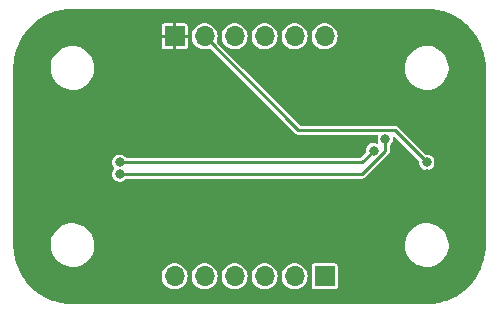
<source format=gbr>
%TF.GenerationSoftware,KiCad,Pcbnew,7.0.6*%
%TF.CreationDate,2023-09-04T11:25:06+01:00*%
%TF.ProjectId,working,776f726b-696e-4672-9e6b-696361645f70,rev?*%
%TF.SameCoordinates,Original*%
%TF.FileFunction,Copper,L2,Bot*%
%TF.FilePolarity,Positive*%
%FSLAX46Y46*%
G04 Gerber Fmt 4.6, Leading zero omitted, Abs format (unit mm)*
G04 Created by KiCad (PCBNEW 7.0.6) date 2023-09-04 11:25:06*
%MOMM*%
%LPD*%
G01*
G04 APERTURE LIST*
%TA.AperFunction,ComponentPad*%
%ADD10R,1.700000X1.700000*%
%TD*%
%TA.AperFunction,ComponentPad*%
%ADD11O,1.700000X1.700000*%
%TD*%
%TA.AperFunction,ViaPad*%
%ADD12C,0.800000*%
%TD*%
%TA.AperFunction,Conductor*%
%ADD13C,0.250000*%
%TD*%
G04 APERTURE END LIST*
D10*
%TO.P,J3,1,Pin_1*%
%TO.N,GND*%
X-6350000Y10160000D03*
D11*
%TO.P,J3,2,Pin_2*%
%TO.N,+3V3*%
X-3810000Y10160000D03*
%TO.P,J3,3,Pin_3*%
%TO.N,/sda_3v3*%
X-1270000Y10160000D03*
%TO.P,J3,4,Pin_4*%
%TO.N,/scl_3v3*%
X1270000Y10160000D03*
%TO.P,J3,5,Pin_5*%
%TO.N,/cs*%
X3810000Y10160000D03*
%TO.P,J3,6,Pin_6*%
%TO.N,/address*%
X6350000Y10160000D03*
%TD*%
D10*
%TO.P,J4,1,Pin_1*%
%TO.N,unconnected-(J4-Pin_1-Pad1)*%
X6350000Y-10160000D03*
D11*
%TO.P,J4,2,Pin_2*%
%TO.N,unconnected-(J4-Pin_2-Pad2)*%
X3810000Y-10160000D03*
%TO.P,J4,3,Pin_3*%
%TO.N,unconnected-(J4-Pin_3-Pad3)*%
X1270000Y-10160000D03*
%TO.P,J4,4,Pin_4*%
%TO.N,unconnected-(J4-Pin_4-Pad4)*%
X-1270000Y-10160000D03*
%TO.P,J4,5,Pin_5*%
%TO.N,unconnected-(J4-Pin_5-Pad5)*%
X-3810000Y-10160000D03*
%TO.P,J4,6,Pin_6*%
%TO.N,unconnected-(J4-Pin_6-Pad6)*%
X-6350000Y-10160000D03*
%TD*%
D12*
%TO.N,GND*%
X15000000Y-1500000D03*
%TO.N,+3V3*%
X15000000Y-500000D03*
%TO.N,/scl_3v3*%
X11500000Y1500000D03*
%TO.N,/sda_3v3*%
X10500000Y500000D03*
%TO.N,/scl_3v3*%
X-11000000Y-1500000D03*
%TO.N,/sda_3v3*%
X-11000000Y-500000D03*
%TD*%
D13*
%TO.N,+3V3*%
X4125000Y2225000D02*
X-3810000Y10160000D01*
X12275000Y2225000D02*
X4125000Y2225000D01*
X15000000Y-500000D02*
X12275000Y2225000D01*
%TO.N,/scl_3v3*%
X9525305Y-1500000D02*
X-11000000Y-1500000D01*
X11500000Y474695D02*
X9525305Y-1500000D01*
X11500000Y1500000D02*
X11500000Y474695D01*
%TO.N,/sda_3v3*%
X9500000Y-500000D02*
X10500000Y500000D01*
X-11000000Y-500000D02*
X9500000Y-500000D01*
%TD*%
%TA.AperFunction,Conductor*%
%TO.N,GND*%
G36*
X15217271Y12490513D02*
G01*
X15416421Y12481817D01*
X15420386Y12481484D01*
X15636680Y12454524D01*
X15837736Y12428053D01*
X15841434Y12427423D01*
X16054173Y12382818D01*
X16252959Y12338748D01*
X16256371Y12337863D01*
X16464503Y12275899D01*
X16659043Y12214559D01*
X16662152Y12213464D01*
X16864433Y12134536D01*
X17053118Y12056380D01*
X17055915Y12055118D01*
X17250992Y11959751D01*
X17432327Y11865354D01*
X17434809Y11863970D01*
X17621382Y11752797D01*
X17793940Y11642864D01*
X17796107Y11641402D01*
X17972918Y11515162D01*
X18135352Y11390521D01*
X18137211Y11389023D01*
X18303059Y11248557D01*
X18454895Y11109425D01*
X18609425Y10954895D01*
X18748557Y10803059D01*
X18889023Y10637211D01*
X18890521Y10635352D01*
X19015162Y10472918D01*
X19141402Y10296107D01*
X19142864Y10293940D01*
X19252797Y10121382D01*
X19363970Y9934809D01*
X19365354Y9932327D01*
X19459751Y9750992D01*
X19555118Y9555915D01*
X19556380Y9553118D01*
X19634536Y9364433D01*
X19713464Y9162152D01*
X19714559Y9159043D01*
X19775899Y8964503D01*
X19837863Y8756371D01*
X19838748Y8752959D01*
X19882818Y8554173D01*
X19927423Y8341434D01*
X19928053Y8337736D01*
X19954524Y8136680D01*
X19981484Y7920386D01*
X19981817Y7916421D01*
X19990513Y7717271D01*
X19999500Y7500000D01*
X19999500Y-7500000D01*
X19990513Y-7717271D01*
X19981817Y-7916421D01*
X19981484Y-7920386D01*
X19954524Y-8136680D01*
X19928053Y-8337736D01*
X19927423Y-8341434D01*
X19882818Y-8554173D01*
X19838748Y-8752959D01*
X19837863Y-8756371D01*
X19775899Y-8964503D01*
X19714559Y-9159043D01*
X19713464Y-9162152D01*
X19634536Y-9364433D01*
X19556380Y-9553118D01*
X19555118Y-9555915D01*
X19459751Y-9750992D01*
X19365354Y-9932327D01*
X19363970Y-9934809D01*
X19252797Y-10121382D01*
X19142864Y-10293940D01*
X19141402Y-10296107D01*
X19015162Y-10472918D01*
X18890521Y-10635352D01*
X18889023Y-10637211D01*
X18748557Y-10803059D01*
X18609425Y-10954895D01*
X18454895Y-11109425D01*
X18303059Y-11248557D01*
X18137211Y-11389023D01*
X18135352Y-11390521D01*
X17972918Y-11515162D01*
X17796107Y-11641402D01*
X17793940Y-11642864D01*
X17621382Y-11752797D01*
X17434809Y-11863970D01*
X17432327Y-11865354D01*
X17250992Y-11959751D01*
X17055915Y-12055118D01*
X17053118Y-12056380D01*
X16864433Y-12134536D01*
X16662152Y-12213464D01*
X16659043Y-12214559D01*
X16464503Y-12275899D01*
X16256371Y-12337863D01*
X16252959Y-12338748D01*
X16054173Y-12382818D01*
X15841434Y-12427423D01*
X15837736Y-12428053D01*
X15636680Y-12454524D01*
X15420386Y-12481484D01*
X15416421Y-12481817D01*
X15217271Y-12490513D01*
X15000000Y-12499500D01*
X-15000000Y-12499500D01*
X-15217271Y-12490513D01*
X-15416421Y-12481817D01*
X-15420386Y-12481484D01*
X-15636680Y-12454524D01*
X-15837736Y-12428053D01*
X-15841434Y-12427423D01*
X-16054173Y-12382818D01*
X-16252959Y-12338748D01*
X-16256371Y-12337863D01*
X-16464503Y-12275899D01*
X-16659043Y-12214559D01*
X-16662152Y-12213464D01*
X-16864433Y-12134536D01*
X-17053118Y-12056380D01*
X-17055915Y-12055118D01*
X-17250992Y-11959751D01*
X-17432327Y-11865354D01*
X-17434809Y-11863970D01*
X-17621382Y-11752797D01*
X-17793940Y-11642864D01*
X-17796107Y-11641402D01*
X-17972918Y-11515162D01*
X-18135352Y-11390521D01*
X-18137211Y-11389023D01*
X-18303059Y-11248557D01*
X-18454895Y-11109425D01*
X-18609425Y-10954895D01*
X-18748557Y-10803059D01*
X-18889023Y-10637211D01*
X-18890521Y-10635352D01*
X-19015162Y-10472918D01*
X-19141402Y-10296107D01*
X-19142864Y-10293940D01*
X-19228194Y-10160000D01*
X-7455215Y-10160000D01*
X-7436397Y-10363083D01*
X-7380582Y-10559250D01*
X-7289673Y-10741821D01*
X-7166764Y-10904579D01*
X-7016041Y-11041981D01*
X-6842637Y-11149348D01*
X-6652456Y-11223024D01*
X-6451976Y-11260500D01*
X-6248024Y-11260500D01*
X-6047544Y-11223024D01*
X-5857363Y-11149348D01*
X-5683959Y-11041981D01*
X-5533236Y-10904579D01*
X-5410327Y-10741821D01*
X-5319418Y-10559250D01*
X-5263603Y-10363083D01*
X-5244785Y-10160000D01*
X-4915215Y-10160000D01*
X-4896397Y-10363083D01*
X-4840582Y-10559250D01*
X-4749673Y-10741821D01*
X-4626764Y-10904579D01*
X-4476041Y-11041981D01*
X-4302637Y-11149348D01*
X-4112456Y-11223024D01*
X-3911976Y-11260500D01*
X-3708024Y-11260500D01*
X-3507544Y-11223024D01*
X-3317363Y-11149348D01*
X-3143959Y-11041981D01*
X-2993236Y-10904579D01*
X-2870327Y-10741821D01*
X-2779418Y-10559250D01*
X-2723603Y-10363083D01*
X-2704785Y-10160000D01*
X-2375215Y-10160000D01*
X-2356397Y-10363083D01*
X-2300582Y-10559250D01*
X-2209673Y-10741821D01*
X-2086764Y-10904579D01*
X-1936041Y-11041981D01*
X-1762637Y-11149348D01*
X-1572456Y-11223024D01*
X-1371976Y-11260500D01*
X-1168024Y-11260500D01*
X-967544Y-11223024D01*
X-777363Y-11149348D01*
X-603959Y-11041981D01*
X-453236Y-10904579D01*
X-330327Y-10741821D01*
X-239418Y-10559250D01*
X-183603Y-10363083D01*
X-164785Y-10160000D01*
X164785Y-10160000D01*
X183603Y-10363083D01*
X239418Y-10559250D01*
X330327Y-10741821D01*
X453236Y-10904579D01*
X603959Y-11041981D01*
X777363Y-11149348D01*
X967544Y-11223024D01*
X1168024Y-11260500D01*
X1371976Y-11260500D01*
X1572456Y-11223024D01*
X1762637Y-11149348D01*
X1936041Y-11041981D01*
X2086764Y-10904579D01*
X2209673Y-10741821D01*
X2300582Y-10559250D01*
X2356397Y-10363083D01*
X2375215Y-10160000D01*
X2704785Y-10160000D01*
X2723603Y-10363083D01*
X2779418Y-10559250D01*
X2870327Y-10741821D01*
X2993236Y-10904579D01*
X3143959Y-11041981D01*
X3317363Y-11149348D01*
X3507544Y-11223024D01*
X3708024Y-11260500D01*
X3911976Y-11260500D01*
X4112456Y-11223024D01*
X4302637Y-11149348D01*
X4476041Y-11041981D01*
X4484059Y-11034672D01*
X5249500Y-11034672D01*
X5249501Y-11034684D01*
X5264033Y-11107736D01*
X5264035Y-11107742D01*
X5319397Y-11190599D01*
X5319399Y-11190601D01*
X5402260Y-11245966D01*
X5457808Y-11257015D01*
X5475315Y-11260498D01*
X5475320Y-11260498D01*
X5475326Y-11260500D01*
X5475327Y-11260500D01*
X7224673Y-11260500D01*
X7224674Y-11260500D01*
X7297740Y-11245966D01*
X7380601Y-11190601D01*
X7435966Y-11107740D01*
X7450500Y-11034674D01*
X7450500Y-9285326D01*
X7435966Y-9212260D01*
X7408165Y-9170652D01*
X7380602Y-9129400D01*
X7380599Y-9129397D01*
X7297742Y-9074035D01*
X7297740Y-9074034D01*
X7297737Y-9074033D01*
X7297736Y-9074033D01*
X7224684Y-9059501D01*
X7224674Y-9059500D01*
X5475326Y-9059500D01*
X5475325Y-9059500D01*
X5475315Y-9059501D01*
X5402263Y-9074033D01*
X5402257Y-9074035D01*
X5319400Y-9129397D01*
X5319397Y-9129400D01*
X5264035Y-9212257D01*
X5264033Y-9212263D01*
X5249501Y-9285315D01*
X5249500Y-9285327D01*
X5249500Y-11034672D01*
X4484059Y-11034672D01*
X4626764Y-10904579D01*
X4749673Y-10741821D01*
X4840582Y-10559250D01*
X4896397Y-10363083D01*
X4915215Y-10160000D01*
X4896397Y-9956917D01*
X4840582Y-9760750D01*
X4749673Y-9578179D01*
X4626764Y-9415421D01*
X4476041Y-9278019D01*
X4302637Y-9170652D01*
X4112456Y-9096976D01*
X4112455Y-9096975D01*
X4112453Y-9096975D01*
X3911976Y-9059500D01*
X3708024Y-9059500D01*
X3507546Y-9096975D01*
X3453161Y-9118044D01*
X3317363Y-9170652D01*
X3250164Y-9212260D01*
X3143959Y-9278019D01*
X2993237Y-9415420D01*
X2870328Y-9578177D01*
X2870323Y-9578186D01*
X2779419Y-9760747D01*
X2779418Y-9760750D01*
X2723603Y-9956917D01*
X2704785Y-10160000D01*
X2375215Y-10160000D01*
X2356397Y-9956917D01*
X2300582Y-9760750D01*
X2209673Y-9578179D01*
X2086764Y-9415421D01*
X1936041Y-9278019D01*
X1762637Y-9170652D01*
X1572456Y-9096976D01*
X1572455Y-9096975D01*
X1572453Y-9096975D01*
X1371976Y-9059500D01*
X1168024Y-9059500D01*
X967546Y-9096975D01*
X913161Y-9118044D01*
X777363Y-9170652D01*
X710164Y-9212260D01*
X603959Y-9278019D01*
X453237Y-9415420D01*
X330328Y-9578177D01*
X330323Y-9578186D01*
X239419Y-9760747D01*
X239418Y-9760750D01*
X183603Y-9956917D01*
X164785Y-10160000D01*
X-164785Y-10160000D01*
X-183603Y-9956917D01*
X-239418Y-9760750D01*
X-239419Y-9760747D01*
X-330323Y-9578186D01*
X-330328Y-9578177D01*
X-453237Y-9415420D01*
X-603959Y-9278019D01*
X-710164Y-9212260D01*
X-777363Y-9170652D01*
X-913161Y-9118044D01*
X-967546Y-9096975D01*
X-1168024Y-9059500D01*
X-1371976Y-9059500D01*
X-1572453Y-9096975D01*
X-1572455Y-9096975D01*
X-1572456Y-9096976D01*
X-1762637Y-9170652D01*
X-1936041Y-9278019D01*
X-2086764Y-9415421D01*
X-2209673Y-9578179D01*
X-2300582Y-9760750D01*
X-2356397Y-9956917D01*
X-2375215Y-10160000D01*
X-2704785Y-10160000D01*
X-2723603Y-9956917D01*
X-2779418Y-9760750D01*
X-2779419Y-9760747D01*
X-2870323Y-9578186D01*
X-2870328Y-9578177D01*
X-2993237Y-9415420D01*
X-3143959Y-9278019D01*
X-3250164Y-9212260D01*
X-3317363Y-9170652D01*
X-3453161Y-9118044D01*
X-3507546Y-9096975D01*
X-3708024Y-9059500D01*
X-3911976Y-9059500D01*
X-4112453Y-9096975D01*
X-4112455Y-9096975D01*
X-4112456Y-9096976D01*
X-4302637Y-9170652D01*
X-4476041Y-9278019D01*
X-4626764Y-9415421D01*
X-4749673Y-9578179D01*
X-4840582Y-9760750D01*
X-4896397Y-9956917D01*
X-4915215Y-10160000D01*
X-5244785Y-10160000D01*
X-5263603Y-9956917D01*
X-5319418Y-9760750D01*
X-5319419Y-9760747D01*
X-5410323Y-9578186D01*
X-5410328Y-9578177D01*
X-5533237Y-9415420D01*
X-5683959Y-9278019D01*
X-5790164Y-9212260D01*
X-5857363Y-9170652D01*
X-5993161Y-9118044D01*
X-6047546Y-9096975D01*
X-6248024Y-9059500D01*
X-6451976Y-9059500D01*
X-6652453Y-9096975D01*
X-6652455Y-9096975D01*
X-6652456Y-9096976D01*
X-6842637Y-9170652D01*
X-7016041Y-9278019D01*
X-7166764Y-9415421D01*
X-7289673Y-9578179D01*
X-7380582Y-9760750D01*
X-7436397Y-9956917D01*
X-7455215Y-10160000D01*
X-19228194Y-10160000D01*
X-19252797Y-10121382D01*
X-19363970Y-9934809D01*
X-19365354Y-9932327D01*
X-19459751Y-9750992D01*
X-19555118Y-9555915D01*
X-19556380Y-9553118D01*
X-19634536Y-9364433D01*
X-19713464Y-9162152D01*
X-19714559Y-9159043D01*
X-19775899Y-8964503D01*
X-19837863Y-8756371D01*
X-19838748Y-8752959D01*
X-19882818Y-8554173D01*
X-19927423Y-8341434D01*
X-19928053Y-8337736D01*
X-19954524Y-8136680D01*
X-19981484Y-7920386D01*
X-19981817Y-7916421D01*
X-19990513Y-7717271D01*
X-19996697Y-7567765D01*
X-16854212Y-7567765D01*
X-16824586Y-7837018D01*
X-16756072Y-8099088D01*
X-16650130Y-8348390D01*
X-16509018Y-8579610D01*
X-16335745Y-8787820D01*
X-16134002Y-8968582D01*
X-15908090Y-9118044D01*
X-15908086Y-9118045D01*
X-15908086Y-9118046D01*
X-15879258Y-9131559D01*
X-15662824Y-9233020D01*
X-15403431Y-9311060D01*
X-15236160Y-9335677D01*
X-15135440Y-9350500D01*
X-15135439Y-9350500D01*
X-14932367Y-9350500D01*
X-14864860Y-9345559D01*
X-14729844Y-9335677D01*
X-14465447Y-9276780D01*
X-14212442Y-9180014D01*
X-13976223Y-9047441D01*
X-13874096Y-8968582D01*
X-13761826Y-8881891D01*
X-13671129Y-8787818D01*
X-13573814Y-8686881D01*
X-13459469Y-8527057D01*
X-13416199Y-8466577D01*
X-13292342Y-8225671D01*
X-13204884Y-7969312D01*
X-13204881Y-7969301D01*
X-13155680Y-7702930D01*
X-13150741Y-7567765D01*
X13145788Y-7567765D01*
X13175414Y-7837020D01*
X13197209Y-7920386D01*
X13243928Y-8099088D01*
X13349870Y-8348390D01*
X13421999Y-8466577D01*
X13490983Y-8579612D01*
X13664253Y-8787818D01*
X13861445Y-8964503D01*
X13865998Y-8968582D01*
X14060064Y-9096975D01*
X14091913Y-9118046D01*
X14204133Y-9170652D01*
X14337176Y-9233020D01*
X14482628Y-9276780D01*
X14596555Y-9311056D01*
X14596559Y-9311057D01*
X14596569Y-9311060D01*
X14763840Y-9335677D01*
X14864560Y-9350500D01*
X14864561Y-9350500D01*
X15067633Y-9350500D01*
X15125495Y-9346264D01*
X15270156Y-9335677D01*
X15534553Y-9276780D01*
X15787558Y-9180014D01*
X16023777Y-9047441D01*
X16238177Y-8881888D01*
X16426186Y-8686881D01*
X16583799Y-8466579D01*
X16707656Y-8225675D01*
X16795118Y-7969305D01*
X16844319Y-7702933D01*
X16854212Y-7432235D01*
X16824586Y-7162982D01*
X16756072Y-6900912D01*
X16650130Y-6651610D01*
X16509018Y-6420390D01*
X16335745Y-6212180D01*
X16230754Y-6118108D01*
X16134007Y-6031422D01*
X16134004Y-6031420D01*
X16134002Y-6031418D01*
X15984489Y-5932501D01*
X15908086Y-5881953D01*
X15662822Y-5766979D01*
X15403444Y-5688943D01*
X15403428Y-5688939D01*
X15135440Y-5649500D01*
X15135439Y-5649500D01*
X14932369Y-5649500D01*
X14932367Y-5649500D01*
X14729848Y-5664322D01*
X14465450Y-5723219D01*
X14212439Y-5819987D01*
X13976219Y-5952561D01*
X13761826Y-6118108D01*
X13573814Y-6313119D01*
X13416199Y-6533422D01*
X13292342Y-6774328D01*
X13204884Y-7030687D01*
X13204881Y-7030698D01*
X13155680Y-7297069D01*
X13145788Y-7567765D01*
X-13150741Y-7567765D01*
X-13145788Y-7432232D01*
X-13175414Y-7162979D01*
X-13243927Y-6900914D01*
X-13349867Y-6651616D01*
X-13349870Y-6651610D01*
X-13490983Y-6420387D01*
X-13664253Y-6212181D01*
X-13865992Y-6031422D01*
X-14091913Y-5881953D01*
X-14337177Y-5766979D01*
X-14596555Y-5688943D01*
X-14596571Y-5688939D01*
X-14864560Y-5649500D01*
X-14864561Y-5649500D01*
X-15067631Y-5649500D01*
X-15067633Y-5649500D01*
X-15270151Y-5664322D01*
X-15270155Y-5664322D01*
X-15270156Y-5664323D01*
X-15534553Y-5723220D01*
X-15787558Y-5819986D01*
X-16023777Y-5952559D01*
X-16023778Y-5952560D01*
X-16023780Y-5952561D01*
X-16238173Y-6118108D01*
X-16238176Y-6118111D01*
X-16238177Y-6118112D01*
X-16426186Y-6313119D01*
X-16583799Y-6533421D01*
X-16707656Y-6774325D01*
X-16795118Y-7030695D01*
X-16844319Y-7297067D01*
X-16854212Y-7567765D01*
X-19996697Y-7567765D01*
X-19999500Y-7500000D01*
X-19999500Y-1500000D01*
X-11655278Y-1500000D01*
X-11636237Y-1656818D01*
X-11580220Y-1804523D01*
X-11490483Y-1934530D01*
X-11372240Y-2039283D01*
X-11232365Y-2112696D01*
X-11078985Y-2150500D01*
X-11078982Y-2150500D01*
X-10921018Y-2150500D01*
X-10921015Y-2150500D01*
X-10767635Y-2112696D01*
X-10627760Y-2039283D01*
X-10509517Y-1934530D01*
X-10509516Y-1934529D01*
X-10509515Y-1934528D01*
X-10498288Y-1918262D01*
X-10449672Y-1881112D01*
X-10416812Y-1875500D01*
X9476094Y-1875500D01*
X9496409Y-1877607D01*
X9500835Y-1878534D01*
X9509573Y-1880367D01*
X9545572Y-1875879D01*
X9551696Y-1875500D01*
X9556423Y-1875500D01*
X9579444Y-1871658D01*
X9608776Y-1868001D01*
X9633931Y-1864866D01*
X9633933Y-1864864D01*
X9641443Y-1862629D01*
X9648911Y-1860065D01*
X9648915Y-1860065D01*
X9697182Y-1833944D01*
X9746516Y-1809826D01*
X9746520Y-1809821D01*
X9752939Y-1805239D01*
X9759128Y-1800422D01*
X9796313Y-1760028D01*
X11730723Y174381D01*
X11746578Y187256D01*
X11757836Y194611D01*
X11780116Y223237D01*
X11784176Y227834D01*
X11787519Y231177D01*
X11801085Y250178D01*
X11834809Y293506D01*
X11834810Y293509D01*
X11838544Y300407D01*
X11842011Y307499D01*
X11857671Y360100D01*
X11875500Y412035D01*
X11875500Y412037D01*
X11876790Y419765D01*
X11877765Y427598D01*
X11877768Y427606D01*
X11875500Y482450D01*
X11875500Y919048D01*
X11894407Y977239D01*
X11908851Y993151D01*
X11990484Y1065471D01*
X12080219Y1195476D01*
X12080220Y1195477D01*
X12136237Y1343182D01*
X12155278Y1500000D01*
X12146506Y1572239D01*
X12158261Y1632281D01*
X12203064Y1673950D01*
X12263803Y1681326D01*
X12314788Y1654174D01*
X14324089Y-355126D01*
X14351866Y-409643D01*
X14352363Y-437062D01*
X14344722Y-499997D01*
X14344722Y-500001D01*
X14363762Y-656816D01*
X14363763Y-656817D01*
X14419780Y-804523D01*
X14509515Y-934528D01*
X14509516Y-934529D01*
X14509517Y-934530D01*
X14627760Y-1039283D01*
X14767635Y-1112696D01*
X14921015Y-1150500D01*
X14921018Y-1150500D01*
X15078982Y-1150500D01*
X15078985Y-1150500D01*
X15232365Y-1112696D01*
X15372240Y-1039283D01*
X15490483Y-934530D01*
X15580220Y-804523D01*
X15636237Y-656818D01*
X15655278Y-500000D01*
X15636237Y-343182D01*
X15580220Y-195477D01*
X15490483Y-65470D01*
X15372240Y39283D01*
X15232365Y112696D01*
X15078985Y150500D01*
X14921545Y150500D01*
X14863354Y169407D01*
X14851541Y179496D01*
X13817643Y1213394D01*
X12575308Y2455728D01*
X12562441Y2471574D01*
X12555084Y2482836D01*
X12526455Y2505118D01*
X12521870Y2509166D01*
X12518518Y2512520D01*
X12499504Y2526094D01*
X12456189Y2559809D01*
X12456185Y2559810D01*
X12449287Y2563543D01*
X12442201Y2567008D01*
X12442199Y2567010D01*
X12389596Y2582670D01*
X12337660Y2600500D01*
X12337655Y2600500D01*
X12329926Y2601790D01*
X12322095Y2602765D01*
X12322088Y2602768D01*
X12267244Y2600500D01*
X4321545Y2600500D01*
X4263354Y2619407D01*
X4251541Y2629496D01*
X-551197Y7432235D01*
X13145788Y7432235D01*
X13175414Y7162979D01*
X13243927Y6900914D01*
X13349867Y6651616D01*
X13349870Y6651610D01*
X13490983Y6420387D01*
X13664253Y6212181D01*
X13865992Y6031422D01*
X14091913Y5881953D01*
X14337177Y5766979D01*
X14596555Y5688943D01*
X14596571Y5688939D01*
X14864560Y5649500D01*
X14864561Y5649500D01*
X15067633Y5649500D01*
X15270151Y5664322D01*
X15270155Y5664322D01*
X15270156Y5664323D01*
X15534553Y5723220D01*
X15787558Y5819986D01*
X16023777Y5952559D01*
X16125904Y6031418D01*
X16238173Y6118108D01*
X16328870Y6212181D01*
X16426186Y6313119D01*
X16583799Y6533421D01*
X16707656Y6774325D01*
X16795118Y7030695D01*
X16844319Y7297067D01*
X16854212Y7567765D01*
X16824586Y7837018D01*
X16756072Y8099088D01*
X16650130Y8348390D01*
X16509018Y8579610D01*
X16335745Y8787820D01*
X16134002Y8968582D01*
X15908090Y9118044D01*
X15662824Y9233020D01*
X15403431Y9311060D01*
X15202437Y9340640D01*
X15135440Y9350500D01*
X15135439Y9350500D01*
X14932369Y9350500D01*
X14932367Y9350500D01*
X14864860Y9345559D01*
X14729844Y9335677D01*
X14465447Y9276780D01*
X14212442Y9180014D01*
X13976223Y9047441D01*
X13976219Y9047438D01*
X13761826Y8881891D01*
X13761823Y8881888D01*
X13573814Y8686881D01*
X13497069Y8579612D01*
X13416199Y8466577D01*
X13292342Y8225671D01*
X13204884Y7969312D01*
X13204881Y7969301D01*
X13155680Y7702930D01*
X13145788Y7432235D01*
X-551197Y7432235D01*
X-2762389Y9643427D01*
X-2790166Y9697944D01*
X-2781009Y9757554D01*
X-2779419Y9760746D01*
X-2723603Y9956917D01*
X-2704785Y10160000D01*
X-2375215Y10160000D01*
X-2356397Y9956917D01*
X-2300582Y9760750D01*
X-2209673Y9578179D01*
X-2086764Y9415421D01*
X-1936041Y9278019D01*
X-1762637Y9170652D01*
X-1572456Y9096976D01*
X-1572453Y9096975D01*
X-1371976Y9059500D01*
X-1168024Y9059500D01*
X-967546Y9096975D01*
X-882913Y9129762D01*
X-777363Y9170652D01*
X-603959Y9278019D01*
X-453236Y9415421D01*
X-347140Y9555915D01*
X-330328Y9578177D01*
X-330323Y9578186D01*
X-239419Y9760747D01*
X-219941Y9829202D01*
X-183603Y9956917D01*
X-164785Y10160000D01*
X164785Y10160000D01*
X183603Y9956917D01*
X219941Y9829202D01*
X239419Y9760747D01*
X330323Y9578186D01*
X330328Y9578177D01*
X347140Y9555915D01*
X453236Y9415421D01*
X603959Y9278019D01*
X777363Y9170652D01*
X882913Y9129762D01*
X967546Y9096975D01*
X1168024Y9059500D01*
X1371976Y9059500D01*
X1572453Y9096975D01*
X1572456Y9096976D01*
X1762637Y9170652D01*
X1936041Y9278019D01*
X2086764Y9415421D01*
X2209673Y9578179D01*
X2300582Y9760750D01*
X2356397Y9956917D01*
X2375215Y10160000D01*
X2704785Y10160000D01*
X2723603Y9956917D01*
X2759941Y9829202D01*
X2779419Y9760747D01*
X2870323Y9578186D01*
X2870328Y9578177D01*
X2887140Y9555915D01*
X2993236Y9415421D01*
X3143959Y9278019D01*
X3317363Y9170652D01*
X3422913Y9129762D01*
X3507546Y9096975D01*
X3708024Y9059500D01*
X3911976Y9059500D01*
X4112453Y9096975D01*
X4112456Y9096976D01*
X4302637Y9170652D01*
X4476041Y9278019D01*
X4626764Y9415421D01*
X4749673Y9578179D01*
X4840582Y9760750D01*
X4896397Y9956917D01*
X4915215Y10160000D01*
X5244785Y10160000D01*
X5263603Y9956917D01*
X5299941Y9829202D01*
X5319419Y9760747D01*
X5410323Y9578186D01*
X5410328Y9578177D01*
X5427140Y9555915D01*
X5533236Y9415421D01*
X5683959Y9278019D01*
X5857363Y9170652D01*
X5962913Y9129762D01*
X6047546Y9096975D01*
X6248024Y9059500D01*
X6451976Y9059500D01*
X6652453Y9096975D01*
X6652456Y9096976D01*
X6842637Y9170652D01*
X7016041Y9278019D01*
X7166764Y9415421D01*
X7289673Y9578179D01*
X7380582Y9760750D01*
X7436397Y9956917D01*
X7455215Y10160000D01*
X7436397Y10363083D01*
X7380582Y10559250D01*
X7289673Y10741821D01*
X7166764Y10904579D01*
X7016041Y11041981D01*
X6842637Y11149348D01*
X6652456Y11223024D01*
X6451976Y11260500D01*
X6248024Y11260500D01*
X6047544Y11223024D01*
X5857363Y11149348D01*
X5683959Y11041981D01*
X5533236Y10904579D01*
X5410327Y10741821D01*
X5319418Y10559250D01*
X5263603Y10363083D01*
X5244785Y10160000D01*
X4915215Y10160000D01*
X4896397Y10363083D01*
X4840582Y10559250D01*
X4749673Y10741821D01*
X4626764Y10904579D01*
X4476041Y11041981D01*
X4302637Y11149348D01*
X4112456Y11223024D01*
X3911976Y11260500D01*
X3708024Y11260500D01*
X3507544Y11223024D01*
X3317363Y11149348D01*
X3143959Y11041981D01*
X2993236Y10904579D01*
X2870327Y10741821D01*
X2779418Y10559250D01*
X2723603Y10363083D01*
X2704785Y10160000D01*
X2375215Y10160000D01*
X2356397Y10363083D01*
X2300582Y10559250D01*
X2209673Y10741821D01*
X2086764Y10904579D01*
X1936041Y11041981D01*
X1762637Y11149348D01*
X1572456Y11223024D01*
X1371976Y11260500D01*
X1168024Y11260500D01*
X967544Y11223024D01*
X777363Y11149348D01*
X603959Y11041981D01*
X453236Y10904579D01*
X330327Y10741821D01*
X239418Y10559250D01*
X183603Y10363083D01*
X164785Y10160000D01*
X-164785Y10160000D01*
X-183603Y10363083D01*
X-239418Y10559250D01*
X-330327Y10741821D01*
X-453236Y10904579D01*
X-603959Y11041981D01*
X-777363Y11149348D01*
X-967544Y11223024D01*
X-1168024Y11260500D01*
X-1371976Y11260500D01*
X-1572456Y11223024D01*
X-1762637Y11149348D01*
X-1936041Y11041981D01*
X-2086764Y10904579D01*
X-2209673Y10741821D01*
X-2300582Y10559250D01*
X-2356397Y10363083D01*
X-2375215Y10160000D01*
X-2704785Y10160000D01*
X-2723603Y10363082D01*
X-2725527Y10369844D01*
X-2779418Y10559250D01*
X-2870327Y10741821D01*
X-2993236Y10904579D01*
X-3143959Y11041981D01*
X-3317363Y11149348D01*
X-3507544Y11223024D01*
X-3708024Y11260500D01*
X-3911976Y11260500D01*
X-4112456Y11223024D01*
X-4302637Y11149348D01*
X-4476041Y11041981D01*
X-4626764Y10904579D01*
X-4749673Y10741821D01*
X-4840582Y10559250D01*
X-4896397Y10363083D01*
X-4915215Y10160000D01*
X-4896397Y9956917D01*
X-4840582Y9760750D01*
X-4749673Y9578179D01*
X-4626764Y9415421D01*
X-4476041Y9278019D01*
X-4302637Y9170652D01*
X-4112456Y9096976D01*
X-4112453Y9096975D01*
X-3911976Y9059500D01*
X-3708024Y9059500D01*
X-3507544Y9096975D01*
X-3402256Y9137764D01*
X-3341165Y9141154D01*
X-3296490Y9115453D01*
X3824686Y1994275D01*
X3837559Y1978422D01*
X3844912Y1967167D01*
X3844914Y1967165D01*
X3873539Y1944885D01*
X3878136Y1940825D01*
X3881473Y1937488D01*
X3881481Y1937481D01*
X3888604Y1932394D01*
X3900486Y1923911D01*
X3919448Y1909152D01*
X3943811Y1890190D01*
X3950706Y1886459D01*
X3957803Y1882989D01*
X4010412Y1867326D01*
X4062338Y1849500D01*
X4070113Y1848202D01*
X4077912Y1847230D01*
X4132770Y1849500D01*
X10793411Y1849500D01*
X10851602Y1830593D01*
X10887566Y1781093D01*
X10887566Y1719907D01*
X10885978Y1715395D01*
X10863764Y1656820D01*
X10863762Y1656816D01*
X10844722Y1500001D01*
X10844722Y1499998D01*
X10863762Y1343183D01*
X10863763Y1343182D01*
X10912985Y1213394D01*
X10915941Y1152280D01*
X10882410Y1101100D01*
X10825201Y1079404D01*
X10774410Y1090628D01*
X10732365Y1112696D01*
X10578985Y1150500D01*
X10421015Y1150500D01*
X10267635Y1112696D01*
X10127760Y1039283D01*
X10042337Y963605D01*
X10009515Y934528D01*
X9919780Y804523D01*
X9863763Y656817D01*
X9863762Y656816D01*
X9844722Y500001D01*
X9844722Y499997D01*
X9852363Y437062D01*
X9840607Y377017D01*
X9824088Y355126D01*
X9373457Y-95504D01*
X9318941Y-123281D01*
X9303454Y-124500D01*
X-10416812Y-124500D01*
X-10475003Y-105593D01*
X-10498288Y-81738D01*
X-10509515Y-65471D01*
X-10627758Y39281D01*
X-10627760Y39283D01*
X-10767635Y112696D01*
X-10921015Y150500D01*
X-11078985Y150500D01*
X-11232365Y112696D01*
X-11372240Y39283D01*
X-11490483Y-65470D01*
X-11580220Y-195477D01*
X-11636237Y-343182D01*
X-11655278Y-500000D01*
X-11636237Y-656818D01*
X-11580220Y-804523D01*
X-11518178Y-894407D01*
X-11487081Y-939459D01*
X-11488109Y-940169D01*
X-11466207Y-990434D01*
X-11479403Y-1050179D01*
X-11489927Y-1064665D01*
X-11490482Y-1065469D01*
X-11490483Y-1065470D01*
X-11580220Y-1195477D01*
X-11636237Y-1343182D01*
X-11655278Y-1500000D01*
X-19999500Y-1500000D01*
X-19999500Y7432235D01*
X-16854212Y7432235D01*
X-16824586Y7162982D01*
X-16756072Y6900912D01*
X-16650130Y6651610D01*
X-16509018Y6420390D01*
X-16509016Y6420387D01*
X-16335746Y6212181D01*
X-16134007Y6031422D01*
X-16134004Y6031420D01*
X-16134002Y6031418D01*
X-15984489Y5932501D01*
X-15908086Y5881953D01*
X-15662822Y5766979D01*
X-15403444Y5688943D01*
X-15403428Y5688939D01*
X-15135440Y5649500D01*
X-15135439Y5649500D01*
X-14932367Y5649500D01*
X-14729848Y5664322D01*
X-14465450Y5723219D01*
X-14212439Y5819987D01*
X-13976219Y5952561D01*
X-13761826Y6118108D01*
X-13573814Y6313119D01*
X-13416199Y6533422D01*
X-13292342Y6774328D01*
X-13204884Y7030687D01*
X-13204881Y7030698D01*
X-13155680Y7297069D01*
X-13145788Y7567767D01*
X-13175414Y7837020D01*
X-13243927Y8099085D01*
X-13349867Y8348383D01*
X-13349870Y8348389D01*
X-13349870Y8348390D01*
X-13490982Y8579610D01*
X-13490983Y8579612D01*
X-13664253Y8787818D01*
X-13865992Y8968577D01*
X-13865993Y8968578D01*
X-13865998Y8968582D01*
X-14091910Y9118044D01*
X-14091913Y9118046D01*
X-14228958Y9182289D01*
X-14337176Y9233020D01*
X-14511203Y9285377D01*
X-7450000Y9285377D01*
X-7449999Y9285375D01*
X-7435493Y9212453D01*
X-7435492Y9212451D01*
X-7380241Y9129762D01*
X-7380237Y9129758D01*
X-7297548Y9074507D01*
X-7297546Y9074506D01*
X-7224624Y9060000D01*
X-6475001Y9060000D01*
X-6475000Y9060001D01*
X-6475000Y9672830D01*
X-6385763Y9660000D01*
X-6314237Y9660000D01*
X-6225000Y9672830D01*
X-6225000Y9060001D01*
X-6224999Y9060000D01*
X-5475375Y9060000D01*
X-5402453Y9074506D01*
X-5402451Y9074507D01*
X-5319762Y9129758D01*
X-5319758Y9129762D01*
X-5264507Y9212451D01*
X-5264506Y9212453D01*
X-5250000Y9285375D01*
X-5250000Y10034999D01*
X-5250001Y10035000D01*
X-5865595Y10035000D01*
X-5850000Y10088111D01*
X-5850000Y10231889D01*
X-5865595Y10285000D01*
X-5250001Y10285000D01*
X-5250000Y10285001D01*
X-5250000Y11034624D01*
X-5264506Y11107546D01*
X-5264507Y11107548D01*
X-5319758Y11190237D01*
X-5319762Y11190241D01*
X-5402451Y11245492D01*
X-5402453Y11245493D01*
X-5475375Y11259999D01*
X-5475377Y11260000D01*
X-6224999Y11260000D01*
X-6225000Y11259999D01*
X-6225000Y10647169D01*
X-6314237Y10660000D01*
X-6385763Y10660000D01*
X-6475000Y10647169D01*
X-6475000Y11259999D01*
X-6475001Y11260000D01*
X-7224623Y11260000D01*
X-7224624Y11259999D01*
X-7297546Y11245493D01*
X-7297548Y11245492D01*
X-7380237Y11190241D01*
X-7380241Y11190237D01*
X-7435492Y11107548D01*
X-7435493Y11107546D01*
X-7449999Y11034624D01*
X-7450000Y11034622D01*
X-7450000Y10285001D01*
X-7449999Y10285000D01*
X-6834405Y10285000D01*
X-6850000Y10231889D01*
X-6850000Y10088111D01*
X-6834405Y10035000D01*
X-7449999Y10035000D01*
X-7450000Y10034999D01*
X-7450000Y9285377D01*
X-14511203Y9285377D01*
X-14596555Y9311056D01*
X-14596559Y9311057D01*
X-14596569Y9311060D01*
X-14775230Y9337353D01*
X-14864560Y9350500D01*
X-14864561Y9350500D01*
X-15067631Y9350500D01*
X-15067633Y9350500D01*
X-15125495Y9346264D01*
X-15270156Y9335677D01*
X-15534553Y9276780D01*
X-15787558Y9180014D01*
X-16023777Y9047441D01*
X-16238177Y8881888D01*
X-16426186Y8686881D01*
X-16583799Y8466579D01*
X-16707656Y8225675D01*
X-16795118Y7969305D01*
X-16844319Y7702933D01*
X-16854212Y7432235D01*
X-19999500Y7432235D01*
X-19999500Y7500000D01*
X-19990513Y7717271D01*
X-19981817Y7916421D01*
X-19981484Y7920386D01*
X-19954524Y8136680D01*
X-19928053Y8337736D01*
X-19927423Y8341434D01*
X-19882818Y8554173D01*
X-19838748Y8752959D01*
X-19837863Y8756371D01*
X-19775899Y8964503D01*
X-19714559Y9159043D01*
X-19713464Y9162152D01*
X-19634536Y9364433D01*
X-19556380Y9553118D01*
X-19555118Y9555915D01*
X-19459751Y9750992D01*
X-19365354Y9932327D01*
X-19363970Y9934809D01*
X-19252797Y10121382D01*
X-19142864Y10293940D01*
X-19141402Y10296107D01*
X-19015162Y10472918D01*
X-18890521Y10635352D01*
X-18889023Y10637211D01*
X-18748557Y10803059D01*
X-18609425Y10954895D01*
X-18454895Y11109425D01*
X-18303059Y11248557D01*
X-18137211Y11389023D01*
X-18135352Y11390521D01*
X-17972918Y11515162D01*
X-17796107Y11641402D01*
X-17793940Y11642864D01*
X-17621382Y11752797D01*
X-17434809Y11863970D01*
X-17432327Y11865354D01*
X-17250992Y11959751D01*
X-17055915Y12055118D01*
X-17053118Y12056380D01*
X-16864433Y12134536D01*
X-16662152Y12213464D01*
X-16659043Y12214559D01*
X-16464503Y12275899D01*
X-16256371Y12337863D01*
X-16252959Y12338748D01*
X-16054173Y12382818D01*
X-15841434Y12427423D01*
X-15837736Y12428053D01*
X-15636680Y12454524D01*
X-15420386Y12481484D01*
X-15416421Y12481817D01*
X-15217271Y12490513D01*
X-15000000Y12499500D01*
X-14999500Y12499500D01*
X14999500Y12499500D01*
X15000000Y12499500D01*
X15217271Y12490513D01*
G37*
%TD.AperFunction*%
%TD*%
M02*

</source>
